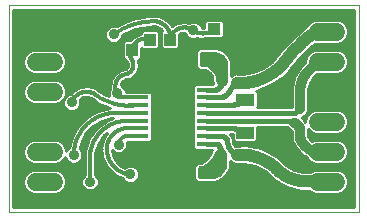
<source format=gbl>
G75*
%MOIN*%
%OFA0B0*%
%FSLAX25Y25*%
%IPPOS*%
%LPD*%
%AMOC8*
5,1,8,0,0,1.08239X$1,22.5*
%
%ADD10C,0.00000*%
%ADD11R,0.07087X0.01772*%
%ADD12R,0.11811X0.11811*%
%ADD13C,0.06000*%
%ADD14R,0.04331X0.03937*%
%ADD15R,0.05906X0.03937*%
%ADD16R,0.03937X0.04331*%
%ADD17C,0.01600*%
%ADD18C,0.04000*%
%ADD19C,0.03200*%
%ADD20C,0.03562*%
%ADD21C,0.01000*%
%ADD22C,0.01200*%
D10*
X0002167Y0003000D02*
X0002167Y0071898D01*
X0118777Y0071898D01*
X0118777Y0003000D01*
X0002167Y0003000D01*
D11*
X0045119Y0025756D03*
X0045119Y0028315D03*
X0045119Y0030874D03*
X0045119Y0033433D03*
X0045119Y0035992D03*
X0045119Y0038551D03*
X0045119Y0041110D03*
X0045119Y0043669D03*
X0068151Y0043669D03*
X0068151Y0041110D03*
X0068151Y0038551D03*
X0068151Y0035992D03*
X0068151Y0033433D03*
X0068151Y0030874D03*
X0068151Y0028315D03*
X0068151Y0025756D03*
D12*
X0057127Y0034614D03*
D13*
X0017167Y0033000D02*
X0011167Y0033000D01*
X0011167Y0043000D02*
X0017167Y0043000D01*
X0017167Y0053000D02*
X0011167Y0053000D01*
X0011167Y0063000D02*
X0017167Y0063000D01*
X0017167Y0023000D02*
X0011167Y0023000D01*
X0011167Y0013000D02*
X0017167Y0013000D01*
X0105167Y0013000D02*
X0111167Y0013000D01*
X0111167Y0023000D02*
X0105167Y0023000D01*
X0105167Y0033000D02*
X0111167Y0033000D01*
X0111167Y0043000D02*
X0105167Y0043000D01*
X0105167Y0053000D02*
X0111167Y0053000D01*
X0111167Y0063000D02*
X0105167Y0063000D01*
D14*
X0077273Y0063937D03*
X0070580Y0063937D03*
X0068013Y0054000D03*
X0061320Y0054000D03*
X0060730Y0016220D03*
X0067423Y0016220D03*
D15*
X0080968Y0029299D03*
X0089255Y0029299D03*
X0089350Y0040433D03*
X0081062Y0040433D03*
D16*
X0055982Y0060437D03*
X0049289Y0060437D03*
X0043308Y0056937D03*
X0036615Y0056937D03*
D17*
X0068151Y0043669D02*
X0070899Y0043669D01*
X0072639Y0041189D02*
X0072759Y0041204D01*
X0072880Y0041222D01*
X0072999Y0041244D01*
X0073118Y0041270D01*
X0073236Y0041300D01*
X0073353Y0041333D01*
X0073469Y0041370D01*
X0073583Y0041411D01*
X0073697Y0041455D01*
X0073809Y0041503D01*
X0073919Y0041555D01*
X0074027Y0041609D01*
X0074134Y0041668D01*
X0074239Y0041730D01*
X0074341Y0041795D01*
X0074442Y0041863D01*
X0074541Y0041934D01*
X0074637Y0042009D01*
X0074730Y0042086D01*
X0074822Y0042167D01*
X0074910Y0042250D01*
X0074996Y0042336D01*
X0075079Y0042425D01*
X0075159Y0042516D01*
X0075237Y0042610D01*
X0075311Y0042706D01*
X0075382Y0042805D01*
X0075450Y0042906D01*
X0075515Y0043009D01*
X0075577Y0043114D01*
X0075635Y0043221D01*
X0075689Y0043329D01*
X0075741Y0043440D01*
X0075788Y0043551D01*
X0072639Y0041189D02*
X0072167Y0041110D01*
X0068151Y0041110D01*
X0068151Y0038551D02*
X0075180Y0038551D01*
X0075788Y0043551D02*
X0075856Y0043681D01*
X0075926Y0043810D01*
X0076000Y0043936D01*
X0076078Y0044061D01*
X0076158Y0044183D01*
X0076242Y0044303D01*
X0076330Y0044421D01*
X0076420Y0044536D01*
X0076513Y0044649D01*
X0076609Y0044760D01*
X0076709Y0044868D01*
X0076811Y0044973D01*
X0076916Y0045075D01*
X0077023Y0045175D01*
X0077133Y0045271D01*
X0077246Y0045365D01*
X0077361Y0045456D01*
X0077479Y0045543D01*
X0077599Y0045628D01*
X0077721Y0045709D01*
X0077845Y0045787D01*
X0077971Y0045861D01*
X0078099Y0045932D01*
X0078229Y0046000D01*
X0081063Y0040433D02*
X0080864Y0040295D01*
X0080663Y0040162D01*
X0080459Y0040034D01*
X0080251Y0039910D01*
X0080041Y0039792D01*
X0079828Y0039679D01*
X0079612Y0039570D01*
X0079394Y0039467D01*
X0079173Y0039369D01*
X0078950Y0039277D01*
X0078725Y0039190D01*
X0078498Y0039108D01*
X0078269Y0039032D01*
X0078038Y0038961D01*
X0077806Y0038896D01*
X0077572Y0038836D01*
X0077337Y0038782D01*
X0077100Y0038733D01*
X0076863Y0038691D01*
X0076624Y0038654D01*
X0076385Y0038622D01*
X0076145Y0038596D01*
X0075904Y0038576D01*
X0075663Y0038562D01*
X0075422Y0038554D01*
X0075181Y0038551D01*
X0068151Y0035992D02*
X0097667Y0036000D01*
X0097903Y0036236D01*
X0097903Y0036323D01*
X0099123Y0037150D01*
X0097167Y0033000D02*
X0096482Y0033315D01*
X0068269Y0033315D01*
X0068151Y0033433D01*
X0068151Y0030874D02*
X0075712Y0030874D01*
X0072734Y0028315D02*
X0068151Y0028315D01*
X0068151Y0025756D02*
X0071474Y0025756D01*
X0072734Y0028315D02*
X0072826Y0028316D01*
X0072918Y0028313D01*
X0073010Y0028306D01*
X0073102Y0028295D01*
X0073193Y0028281D01*
X0073283Y0028263D01*
X0073373Y0028240D01*
X0073462Y0028215D01*
X0073549Y0028185D01*
X0073635Y0028152D01*
X0073720Y0028115D01*
X0073803Y0028075D01*
X0073884Y0028032D01*
X0073963Y0027985D01*
X0074041Y0027934D01*
X0074116Y0027881D01*
X0074189Y0027824D01*
X0074259Y0027765D01*
X0074327Y0027702D01*
X0074392Y0027637D01*
X0074455Y0027569D01*
X0074514Y0027499D01*
X0074571Y0027426D01*
X0074624Y0027351D01*
X0074674Y0027273D01*
X0074721Y0027194D01*
X0074765Y0027113D01*
X0074805Y0027030D01*
X0074842Y0026945D01*
X0074875Y0026859D01*
X0074904Y0026771D01*
X0074930Y0026683D01*
X0074952Y0026593D01*
X0074970Y0026503D01*
X0074985Y0026412D01*
X0074995Y0026320D01*
X0075002Y0026228D01*
X0075001Y0026228D02*
X0075018Y0026089D01*
X0075039Y0025951D01*
X0075064Y0025813D01*
X0075092Y0025677D01*
X0075124Y0025541D01*
X0075160Y0025406D01*
X0075199Y0025271D01*
X0075242Y0025139D01*
X0075289Y0025007D01*
X0075339Y0024876D01*
X0075393Y0024747D01*
X0075450Y0024620D01*
X0075511Y0024494D01*
X0075575Y0024370D01*
X0075642Y0024247D01*
X0075713Y0024127D01*
X0075787Y0024008D01*
X0075864Y0023892D01*
X0075944Y0023777D01*
X0076027Y0023665D01*
X0076114Y0023555D01*
X0076203Y0023447D01*
X0076295Y0023342D01*
X0076390Y0023240D01*
X0076488Y0023140D01*
X0076588Y0023043D01*
X0076691Y0022948D01*
X0076796Y0022857D01*
X0076904Y0022768D01*
X0077015Y0022682D01*
X0077127Y0022599D01*
X0077242Y0022520D01*
X0077359Y0022443D01*
X0077478Y0022370D01*
X0077599Y0022300D01*
X0077722Y0022233D01*
X0077846Y0022169D01*
X0077972Y0022109D01*
X0078100Y0022053D01*
X0078229Y0022000D01*
X0080968Y0029299D02*
X0080812Y0029413D01*
X0080654Y0029524D01*
X0080493Y0029631D01*
X0080329Y0029734D01*
X0080163Y0029832D01*
X0079994Y0029927D01*
X0079824Y0030017D01*
X0079651Y0030103D01*
X0079476Y0030185D01*
X0079299Y0030263D01*
X0079120Y0030336D01*
X0078939Y0030405D01*
X0078757Y0030470D01*
X0078574Y0030530D01*
X0078388Y0030585D01*
X0078202Y0030636D01*
X0078014Y0030682D01*
X0077826Y0030724D01*
X0077636Y0030761D01*
X0077446Y0030794D01*
X0077254Y0030821D01*
X0077063Y0030844D01*
X0076870Y0030863D01*
X0076677Y0030876D01*
X0076484Y0030885D01*
X0076291Y0030890D01*
X0076098Y0030889D01*
X0075905Y0030884D01*
X0075712Y0030874D01*
X0071474Y0025756D02*
X0071567Y0025686D01*
X0071657Y0025613D01*
X0071744Y0025537D01*
X0071829Y0025459D01*
X0071912Y0025377D01*
X0071991Y0025293D01*
X0072068Y0025206D01*
X0072141Y0025116D01*
X0072212Y0025025D01*
X0072279Y0024930D01*
X0072343Y0024834D01*
X0072404Y0024735D01*
X0072462Y0024635D01*
X0072516Y0024533D01*
X0072566Y0024428D01*
X0072614Y0024323D01*
X0072657Y0024215D01*
X0072697Y0024107D01*
X0072733Y0023996D01*
X0072765Y0023885D01*
X0072794Y0023773D01*
X0072819Y0023660D01*
X0072840Y0023546D01*
X0072857Y0023432D01*
X0072870Y0023316D01*
X0072880Y0023201D01*
X0072885Y0023085D01*
X0072887Y0022970D01*
X0072885Y0022854D01*
X0072878Y0022738D01*
X0072868Y0022623D01*
X0072854Y0022508D01*
X0072836Y0022393D01*
X0097167Y0033000D02*
X0097730Y0032646D01*
X0097403Y0032583D01*
X0073229Y0047000D02*
X0073242Y0046894D01*
X0073252Y0046788D01*
X0073258Y0046681D01*
X0073260Y0046574D01*
X0073258Y0046468D01*
X0073253Y0046361D01*
X0073243Y0046255D01*
X0073230Y0046149D01*
X0073213Y0046044D01*
X0073192Y0045940D01*
X0073167Y0045836D01*
X0073139Y0045733D01*
X0073107Y0045631D01*
X0073071Y0045531D01*
X0073032Y0045432D01*
X0072989Y0045334D01*
X0072943Y0045238D01*
X0072893Y0045144D01*
X0072840Y0045051D01*
X0072784Y0044961D01*
X0072724Y0044872D01*
X0072662Y0044786D01*
X0072596Y0044702D01*
X0072527Y0044620D01*
X0072455Y0044541D01*
X0072381Y0044465D01*
X0072304Y0044391D01*
X0072224Y0044321D01*
X0072142Y0044253D01*
X0072057Y0044188D01*
X0071971Y0044126D01*
X0071882Y0044067D01*
X0071790Y0044012D01*
X0071697Y0043960D01*
X0071603Y0043911D01*
X0071506Y0043866D01*
X0071408Y0043824D01*
X0071308Y0043786D01*
X0071208Y0043751D01*
X0071106Y0043720D01*
X0071002Y0043693D01*
X0070898Y0043669D01*
D18*
X0091116Y0017626D02*
X0091359Y0017376D01*
X0091609Y0017132D01*
X0091864Y0016894D01*
X0092125Y0016662D01*
X0092391Y0016437D01*
X0092663Y0016218D01*
X0092940Y0016006D01*
X0093222Y0015800D01*
X0093509Y0015602D01*
X0093801Y0015410D01*
X0094097Y0015226D01*
X0094398Y0015049D01*
X0094703Y0014879D01*
X0095012Y0014717D01*
X0095325Y0014562D01*
X0095641Y0014415D01*
X0095961Y0014276D01*
X0096284Y0014145D01*
X0096611Y0014021D01*
X0096940Y0013905D01*
X0097272Y0013798D01*
X0097606Y0013698D01*
X0097943Y0013607D01*
X0098282Y0013524D01*
X0098623Y0013449D01*
X0098965Y0013382D01*
X0099310Y0013324D01*
X0099655Y0013274D01*
X0100001Y0013233D01*
X0100349Y0013200D01*
X0100697Y0013175D01*
X0101046Y0013159D01*
X0101394Y0013152D01*
X0101743Y0013153D01*
X0102092Y0013162D01*
X0102092Y0013161D02*
X0108167Y0013000D01*
X0108167Y0023000D02*
X0108163Y0023004D01*
X0108072Y0023004D01*
X0093434Y0052299D02*
X0094096Y0053164D01*
X0094777Y0054013D01*
X0095477Y0054847D01*
X0096197Y0055663D01*
X0096936Y0056463D01*
X0097693Y0057246D01*
X0098467Y0058010D01*
X0099260Y0058757D01*
X0100070Y0059484D01*
X0100896Y0060193D01*
X0101739Y0060883D01*
X0102597Y0061552D01*
X0103471Y0062202D01*
X0104360Y0062830D01*
X0104360Y0062831D02*
X0107108Y0062831D01*
X0093434Y0052299D02*
X0093135Y0051964D01*
X0092828Y0051636D01*
X0092514Y0051316D01*
X0092192Y0051003D01*
X0091862Y0050698D01*
X0091525Y0050402D01*
X0091181Y0050114D01*
X0090830Y0049834D01*
X0090472Y0049563D01*
X0090107Y0049300D01*
X0089737Y0049047D01*
X0089360Y0048803D01*
X0088978Y0048568D01*
X0088590Y0048342D01*
X0088196Y0048126D01*
X0087798Y0047919D01*
X0087394Y0047723D01*
X0086986Y0047536D01*
X0086573Y0047359D01*
X0086157Y0047192D01*
X0085736Y0047036D01*
X0085311Y0046889D01*
X0084883Y0046753D01*
X0084452Y0046628D01*
X0084018Y0046513D01*
X0083582Y0046409D01*
X0083143Y0046315D01*
X0082702Y0046232D01*
X0082258Y0046160D01*
X0081814Y0046099D01*
X0081368Y0046048D01*
X0080920Y0046008D01*
X0080472Y0045980D01*
X0080024Y0045962D01*
X0079575Y0045955D01*
X0079126Y0045959D01*
X0078677Y0045974D01*
X0078229Y0046000D01*
X0078229Y0021999D02*
X0078652Y0022024D01*
X0079075Y0022039D01*
X0079499Y0022043D01*
X0079922Y0022037D01*
X0080345Y0022021D01*
X0080768Y0021995D01*
X0081190Y0021958D01*
X0081610Y0021912D01*
X0082030Y0021855D01*
X0082448Y0021788D01*
X0082864Y0021711D01*
X0083279Y0021624D01*
X0083691Y0021527D01*
X0084101Y0021420D01*
X0084508Y0021304D01*
X0084912Y0021177D01*
X0085313Y0021041D01*
X0085710Y0020896D01*
X0086104Y0020740D01*
X0086494Y0020576D01*
X0086880Y0020402D01*
X0087262Y0020218D01*
X0087639Y0020026D01*
X0088012Y0019824D01*
X0088379Y0019614D01*
X0088741Y0019395D01*
X0089098Y0019167D01*
X0089450Y0018930D01*
X0089795Y0018686D01*
X0090135Y0018433D01*
X0090468Y0018171D01*
X0090795Y0017902D01*
X0091115Y0017625D01*
D19*
X0094686Y0024835D02*
X0090186Y0029299D01*
X0089255Y0029299D01*
X0097403Y0032583D02*
X0097498Y0032547D01*
X0097592Y0032507D01*
X0097684Y0032463D01*
X0097775Y0032417D01*
X0097864Y0032366D01*
X0097951Y0032313D01*
X0098035Y0032256D01*
X0098118Y0032196D01*
X0098199Y0032134D01*
X0098277Y0032068D01*
X0098352Y0031999D01*
X0098425Y0031928D01*
X0098495Y0031854D01*
X0098562Y0031777D01*
X0098627Y0031698D01*
X0098688Y0031617D01*
X0098747Y0031533D01*
X0098802Y0031447D01*
X0098854Y0031359D01*
X0098903Y0031270D01*
X0098948Y0031178D01*
X0098990Y0031085D01*
X0099029Y0030991D01*
X0099064Y0030895D01*
X0099095Y0030798D01*
X0099123Y0030700D01*
X0099147Y0030600D01*
X0099167Y0030501D01*
X0099304Y0027485D02*
X0099368Y0027319D01*
X0099435Y0027155D01*
X0099507Y0026993D01*
X0099582Y0026833D01*
X0099662Y0026674D01*
X0099745Y0026517D01*
X0099832Y0026363D01*
X0099923Y0026211D01*
X0100017Y0026061D01*
X0100115Y0025913D01*
X0100217Y0025768D01*
X0100322Y0025625D01*
X0100431Y0025485D01*
X0100543Y0025347D01*
X0100658Y0025212D01*
X0100777Y0025081D01*
X0100898Y0024952D01*
X0101023Y0024826D01*
X0101151Y0024703D01*
X0101282Y0024583D01*
X0101416Y0024467D01*
X0101552Y0024354D01*
X0101691Y0024244D01*
X0101833Y0024138D01*
X0101978Y0024035D01*
X0102125Y0023936D01*
X0102274Y0023840D01*
X0102426Y0023748D01*
X0102579Y0023660D01*
X0102735Y0023575D01*
X0102893Y0023494D01*
X0103053Y0023418D01*
X0103215Y0023345D01*
X0103378Y0023276D01*
X0103543Y0023211D01*
X0103709Y0023150D01*
X0103877Y0023093D01*
X0104047Y0023040D01*
X0104217Y0022992D01*
X0104389Y0022948D01*
X0104562Y0022907D01*
X0104735Y0022871D01*
X0104910Y0022840D01*
X0105085Y0022812D01*
X0105261Y0022789D01*
X0105437Y0022770D01*
X0105614Y0022756D01*
X0105791Y0022746D01*
X0105968Y0022740D01*
X0106145Y0022738D01*
X0106323Y0022741D01*
X0106500Y0022748D01*
X0106677Y0022759D01*
X0106853Y0022775D01*
X0107030Y0022795D01*
X0107205Y0022819D01*
X0107380Y0022848D01*
X0107554Y0022881D01*
X0107728Y0022918D01*
X0107900Y0022959D01*
X0108072Y0023004D01*
X0099304Y0027484D02*
X0099253Y0027985D01*
X0099213Y0028487D01*
X0099184Y0028990D01*
X0099167Y0029493D01*
X0099161Y0029997D01*
X0099167Y0030500D01*
X0099123Y0037150D02*
X0099336Y0037362D01*
X0099336Y0042669D01*
X0094450Y0040433D02*
X0094836Y0039606D01*
X0094450Y0040433D02*
X0089350Y0040433D01*
X0099336Y0042670D02*
X0099324Y0042909D01*
X0099319Y0043149D01*
X0099319Y0043388D01*
X0099325Y0043628D01*
X0099337Y0043868D01*
X0099354Y0044107D01*
X0099378Y0044345D01*
X0099407Y0044583D01*
X0099443Y0044821D01*
X0099483Y0045057D01*
X0099530Y0045292D01*
X0099583Y0045526D01*
X0099641Y0045759D01*
X0099705Y0045990D01*
X0099774Y0046219D01*
X0099849Y0046447D01*
X0099930Y0046673D01*
X0100016Y0046897D01*
X0100107Y0047118D01*
X0100204Y0047338D01*
X0100306Y0047554D01*
X0100414Y0047769D01*
X0100526Y0047980D01*
X0100644Y0048189D01*
X0100767Y0048395D01*
X0100895Y0048598D01*
X0101028Y0048798D01*
X0101165Y0048994D01*
X0101308Y0049187D01*
X0101455Y0049376D01*
X0101606Y0049562D01*
X0101763Y0049744D01*
X0101923Y0049922D01*
X0102088Y0050096D01*
X0102257Y0050266D01*
X0102430Y0050432D01*
X0102607Y0050594D01*
X0102788Y0050751D01*
X0102973Y0050904D01*
X0103162Y0051052D01*
X0103354Y0051196D01*
X0103549Y0051334D01*
X0103748Y0051468D01*
X0103950Y0051597D01*
X0104155Y0051722D01*
X0104363Y0051841D01*
X0104574Y0051955D01*
X0104788Y0052063D01*
X0105004Y0052167D01*
X0105223Y0052265D01*
X0105444Y0052358D01*
X0105667Y0052445D01*
X0105893Y0052527D01*
X0106120Y0052604D01*
X0106349Y0052675D01*
X0106580Y0052740D01*
X0106812Y0052799D01*
X0107046Y0052853D01*
X0107280Y0052901D01*
X0107281Y0052902D02*
X0108167Y0053000D01*
X0107108Y0062831D02*
X0108167Y0063000D01*
D20*
X0099588Y0066906D03*
X0084238Y0056118D03*
X0073230Y0051000D03*
X0073230Y0047000D03*
X0061615Y0039614D03*
X0057285Y0039614D03*
X0057285Y0034890D03*
X0061615Y0034890D03*
X0061615Y0029772D03*
X0057285Y0029772D03*
X0072836Y0022394D03*
X0072836Y0018394D03*
X0094686Y0024835D03*
X0094686Y0029272D03*
X0094836Y0039606D03*
X0094686Y0043945D03*
X0063667Y0063500D03*
X0047442Y0052606D03*
X0034844Y0052213D03*
X0037100Y0062130D03*
X0038387Y0042476D03*
X0023167Y0039500D03*
X0038781Y0025441D03*
X0023820Y0021898D03*
X0029230Y0013000D03*
X0042667Y0015500D03*
X0043112Y0008906D03*
X0097155Y0008811D03*
D21*
X0099631Y0009990D02*
X0019955Y0009990D01*
X0019489Y0009524D02*
X0020642Y0010678D01*
X0021267Y0012184D01*
X0021267Y0013816D01*
X0020642Y0015322D01*
X0019489Y0016476D01*
X0017982Y0017100D01*
X0010351Y0017100D01*
X0008844Y0016476D01*
X0007691Y0015322D01*
X0007067Y0013816D01*
X0007067Y0012184D01*
X0007691Y0010678D01*
X0008844Y0009524D01*
X0010351Y0008900D01*
X0017982Y0008900D01*
X0019489Y0009524D01*
X0018202Y0008991D02*
X0104131Y0008991D01*
X0104351Y0008900D02*
X0111982Y0008900D01*
X0113489Y0009524D01*
X0114642Y0010678D01*
X0115267Y0012184D01*
X0115267Y0013816D01*
X0114642Y0015322D01*
X0113489Y0016476D01*
X0111982Y0017100D01*
X0104351Y0017100D01*
X0102844Y0016476D01*
X0102634Y0016266D01*
X0102587Y0016283D01*
X0102073Y0016263D01*
X0101558Y0016277D01*
X0101547Y0016273D01*
X0100377Y0016310D01*
X0097290Y0017080D01*
X0094541Y0018684D01*
X0093653Y0019496D01*
X0093632Y0019538D01*
X0093272Y0019857D01*
X0092940Y0020207D01*
X0092813Y0020264D01*
X0091108Y0021774D01*
X0091108Y0021774D01*
X0086168Y0024220D01*
X0080761Y0025286D01*
X0080761Y0025286D01*
X0078012Y0025092D01*
X0077419Y0025051D01*
X0077007Y0025861D01*
X0076894Y0026416D01*
X0076842Y0027410D01*
X0075842Y0028974D01*
X0075989Y0028974D01*
X0076895Y0028952D01*
X0076915Y0028946D01*
X0076915Y0026875D01*
X0077559Y0026231D01*
X0084376Y0026231D01*
X0085021Y0026875D01*
X0085021Y0031415D01*
X0094968Y0031415D01*
X0095186Y0030951D01*
X0095979Y0030226D01*
X0096456Y0030054D01*
X0096429Y0028864D01*
X0096599Y0027382D01*
X0096586Y0027051D01*
X0096659Y0026853D01*
X0096683Y0026644D01*
X0096844Y0026354D01*
X0097423Y0024788D01*
X0099915Y0021983D01*
X0099915Y0021983D01*
X0099915Y0021983D01*
X0101482Y0021183D01*
X0101691Y0020678D01*
X0102844Y0019524D01*
X0104351Y0018900D01*
X0111982Y0018900D01*
X0113489Y0019524D01*
X0114642Y0020678D01*
X0115267Y0022184D01*
X0115267Y0023816D01*
X0114642Y0025322D01*
X0113489Y0026476D01*
X0111982Y0027100D01*
X0104351Y0027100D01*
X0103143Y0026599D01*
X0102204Y0027656D01*
X0101957Y0028171D01*
X0101881Y0029113D01*
X0101868Y0030223D01*
X0101917Y0030451D01*
X0102844Y0029524D01*
X0104351Y0028900D01*
X0111982Y0028900D01*
X0113489Y0029524D01*
X0114642Y0030678D01*
X0115267Y0032184D01*
X0115267Y0033816D01*
X0114642Y0035322D01*
X0113489Y0036476D01*
X0111982Y0037100D01*
X0104351Y0037100D01*
X0102844Y0036476D01*
X0101691Y0035322D01*
X0101067Y0033816D01*
X0101067Y0032997D01*
X0099791Y0034504D01*
X0100653Y0034861D01*
X0100865Y0035073D01*
X0101625Y0035833D01*
X0102036Y0036825D01*
X0102036Y0042216D01*
X0102063Y0042296D01*
X0102036Y0042751D01*
X0102036Y0043206D01*
X0102035Y0043208D01*
X0102043Y0043857D01*
X0102505Y0045848D01*
X0103513Y0047626D01*
X0104836Y0048900D01*
X0111982Y0048900D01*
X0113489Y0049524D01*
X0114642Y0050678D01*
X0115267Y0052184D01*
X0115267Y0053816D01*
X0114642Y0055322D01*
X0113489Y0056476D01*
X0111982Y0057100D01*
X0104351Y0057100D01*
X0102844Y0056476D01*
X0101691Y0055322D01*
X0101067Y0053816D01*
X0101067Y0052869D01*
X0099145Y0051018D01*
X0097352Y0047859D01*
X0097352Y0047859D01*
X0096531Y0044319D01*
X0096636Y0042588D01*
X0096636Y0038200D01*
X0096512Y0037900D01*
X0085003Y0037897D01*
X0085115Y0038009D01*
X0085115Y0042857D01*
X0084577Y0043395D01*
X0085449Y0043537D01*
X0090072Y0045453D01*
X0094133Y0048377D01*
X0094133Y0048377D01*
X0095448Y0049890D01*
X0095550Y0049951D01*
X0095850Y0050353D01*
X0096179Y0050731D01*
X0096198Y0050790D01*
X0098160Y0053208D01*
X0103278Y0058141D01*
X0104310Y0058917D01*
X0104351Y0058900D01*
X0111982Y0058900D01*
X0113489Y0059524D01*
X0114642Y0060678D01*
X0115267Y0062184D01*
X0115267Y0063816D01*
X0114642Y0065322D01*
X0113489Y0066476D01*
X0111982Y0067100D01*
X0104351Y0067100D01*
X0102844Y0066476D01*
X0101691Y0065322D01*
X0101362Y0064528D01*
X0099248Y0063068D01*
X0099248Y0063068D01*
X0093385Y0057417D01*
X0093385Y0057417D01*
X0093385Y0057416D01*
X0091049Y0054286D01*
X0089856Y0053064D01*
X0086983Y0050995D01*
X0083713Y0049640D01*
X0080219Y0049071D01*
X0078446Y0049092D01*
X0077831Y0049135D01*
X0076661Y0048744D01*
X0076267Y0048401D01*
X0076267Y0051480D01*
X0076351Y0051595D01*
X0076267Y0052126D01*
X0076267Y0052663D01*
X0076237Y0052692D01*
X0076267Y0052756D01*
X0076092Y0053230D01*
X0076013Y0053729D01*
X0075936Y0053785D01*
X0075958Y0053878D01*
X0075694Y0054309D01*
X0075519Y0054783D01*
X0075433Y0054823D01*
X0075436Y0054918D01*
X0075094Y0055289D01*
X0074830Y0055720D01*
X0074737Y0055742D01*
X0074722Y0055837D01*
X0074313Y0056134D01*
X0073970Y0056505D01*
X0073875Y0056508D01*
X0073842Y0056598D01*
X0073383Y0056810D01*
X0072975Y0057107D01*
X0072880Y0057092D01*
X0072830Y0057173D01*
X0072339Y0057291D01*
X0071880Y0057503D01*
X0071791Y0057470D01*
X0071726Y0057540D01*
X0071221Y0057560D01*
X0070730Y0057678D01*
X0070603Y0057600D01*
X0070198Y0057600D01*
X0069567Y0057625D01*
X0069541Y0057600D01*
X0065504Y0057600D01*
X0064567Y0056663D01*
X0064567Y0052001D01*
X0064566Y0051339D01*
X0064567Y0051338D01*
X0064567Y0051337D01*
X0065034Y0050869D01*
X0065502Y0050401D01*
X0065503Y0050401D01*
X0065504Y0050400D01*
X0066165Y0050400D01*
X0066945Y0050399D01*
X0067565Y0050283D01*
X0068155Y0050055D01*
X0068692Y0049723D01*
X0069160Y0049297D01*
X0069541Y0048794D01*
X0069824Y0048229D01*
X0069999Y0047622D01*
X0070013Y0047483D01*
X0069998Y0047465D01*
X0070068Y0046891D01*
X0069979Y0046693D01*
X0070126Y0046306D01*
X0070138Y0046187D01*
X0070155Y0046172D01*
X0070168Y0046066D01*
X0070145Y0045939D01*
X0070192Y0045872D01*
X0070202Y0045790D01*
X0070303Y0045711D01*
X0070341Y0045655D01*
X0064152Y0045655D01*
X0063508Y0045011D01*
X0063508Y0024414D01*
X0064152Y0023770D01*
X0069993Y0023770D01*
X0069944Y0023665D01*
X0069649Y0023286D01*
X0069673Y0023086D01*
X0069223Y0022146D01*
X0068637Y0021292D01*
X0067927Y0020538D01*
X0067110Y0019903D01*
X0066204Y0019401D01*
X0065898Y0019289D01*
X0064802Y0019289D01*
X0064157Y0018645D01*
X0064157Y0018253D01*
X0064067Y0018163D01*
X0064067Y0017853D01*
X0063936Y0017571D01*
X0064067Y0017216D01*
X0064067Y0013837D01*
X0065004Y0012900D01*
X0069114Y0012900D01*
X0069200Y0012832D01*
X0069763Y0012900D01*
X0070329Y0012900D01*
X0070330Y0012901D01*
X0070371Y0012880D01*
X0070866Y0013033D01*
X0071380Y0013095D01*
X0071432Y0013162D01*
X0071513Y0013137D01*
X0071973Y0013376D01*
X0072468Y0013529D01*
X0072507Y0013605D01*
X0072592Y0013594D01*
X0073001Y0013912D01*
X0073460Y0014152D01*
X0073486Y0014233D01*
X0073570Y0014238D01*
X0073916Y0014624D01*
X0074325Y0014942D01*
X0074335Y0015026D01*
X0074418Y0015046D01*
X0074688Y0015488D01*
X0075034Y0015874D01*
X0075029Y0015959D01*
X0075106Y0015994D01*
X0075293Y0016477D01*
X0075564Y0016919D01*
X0075525Y0017078D01*
X0075537Y0017108D01*
X0075767Y0017337D01*
X0075767Y0017702D01*
X0075898Y0018041D01*
X0075767Y0018338D01*
X0075767Y0020033D01*
X0076663Y0019255D01*
X0077833Y0018864D01*
X0078448Y0018908D01*
X0080364Y0018916D01*
X0084117Y0018176D01*
X0087544Y0016478D01*
X0089000Y0015352D01*
X0090582Y0013685D01*
X0094887Y0011173D01*
X0099723Y0009967D01*
X0102111Y0010060D01*
X0102314Y0010054D01*
X0102844Y0009524D01*
X0104351Y0008900D01*
X0102379Y0009990D02*
X0100309Y0009990D01*
X0099723Y0009967D02*
X0099723Y0009967D01*
X0095630Y0010988D02*
X0031292Y0010988D01*
X0031672Y0011368D02*
X0030862Y0010558D01*
X0029803Y0010119D01*
X0028657Y0010119D01*
X0027598Y0010558D01*
X0026787Y0011368D01*
X0026349Y0012427D01*
X0026349Y0013573D01*
X0026787Y0014632D01*
X0027530Y0015374D01*
X0027530Y0023226D01*
X0028901Y0027446D01*
X0031509Y0031036D01*
X0031509Y0031036D01*
X0035098Y0033644D01*
X0035098Y0033644D01*
X0036886Y0034225D01*
X0036297Y0034186D01*
X0033172Y0033349D01*
X0030369Y0031731D01*
X0030369Y0031731D01*
X0028081Y0029443D01*
X0026464Y0026641D01*
X0025764Y0024029D01*
X0026263Y0023530D01*
X0026701Y0022471D01*
X0026701Y0021325D01*
X0026263Y0020266D01*
X0025452Y0019455D01*
X0024393Y0019017D01*
X0023247Y0019017D01*
X0022188Y0019455D01*
X0021378Y0020266D01*
X0020939Y0021325D01*
X0020939Y0021394D01*
X0020642Y0020678D01*
X0019489Y0019524D01*
X0017982Y0018900D01*
X0010351Y0018900D01*
X0008844Y0019524D01*
X0007691Y0020678D01*
X0007067Y0022184D01*
X0007067Y0023816D01*
X0007691Y0025322D01*
X0008844Y0026476D01*
X0010351Y0027100D01*
X0017982Y0027100D01*
X0019489Y0026476D01*
X0020642Y0025322D01*
X0021267Y0023816D01*
X0021267Y0023261D01*
X0021378Y0023530D01*
X0022188Y0024340D01*
X0022221Y0024354D01*
X0023197Y0027994D01*
X0025276Y0031596D01*
X0025276Y0031596D01*
X0028217Y0034536D01*
X0031818Y0036616D01*
X0031818Y0036616D01*
X0035835Y0037692D01*
X0035864Y0037692D01*
X0032353Y0039052D01*
X0032353Y0039052D01*
X0030741Y0040212D01*
X0030735Y0040211D01*
X0030169Y0040623D01*
X0030165Y0040626D01*
X0029602Y0040961D01*
X0028341Y0041292D01*
X0027045Y0041140D01*
X0025893Y0040527D01*
X0025871Y0040501D01*
X0026048Y0040073D01*
X0026048Y0038927D01*
X0025609Y0037868D01*
X0024799Y0037058D01*
X0023740Y0036619D01*
X0022594Y0036619D01*
X0021535Y0037058D01*
X0020724Y0037868D01*
X0020286Y0038927D01*
X0020286Y0040073D01*
X0020461Y0040496D01*
X0019489Y0039524D01*
X0017982Y0038900D01*
X0010351Y0038900D01*
X0008844Y0039524D01*
X0007691Y0040678D01*
X0007067Y0042184D01*
X0007067Y0043816D01*
X0007691Y0045322D01*
X0008844Y0046476D01*
X0010351Y0047100D01*
X0017982Y0047100D01*
X0019489Y0046476D01*
X0020642Y0045322D01*
X0021267Y0043816D01*
X0021267Y0042184D01*
X0020906Y0041314D01*
X0021535Y0041942D01*
X0022594Y0042381D01*
X0022924Y0042381D01*
X0023690Y0043275D01*
X0023690Y0043275D01*
X0025994Y0044502D01*
X0025994Y0044502D01*
X0028587Y0044805D01*
X0028587Y0044805D01*
X0031113Y0044143D01*
X0031113Y0044143D01*
X0032160Y0043380D01*
X0034055Y0042191D01*
X0035641Y0041577D01*
X0035506Y0041903D01*
X0035506Y0043049D01*
X0035945Y0044108D01*
X0035948Y0044112D01*
X0035865Y0044421D01*
X0035865Y0044421D01*
X0036223Y0046830D01*
X0036223Y0046830D01*
X0037509Y0048897D01*
X0037509Y0048897D01*
X0037509Y0048897D01*
X0039512Y0050281D01*
X0039512Y0050281D01*
X0040057Y0050389D01*
X0040081Y0050423D01*
X0040742Y0050525D01*
X0040795Y0050535D01*
X0041130Y0050632D01*
X0041703Y0051080D01*
X0041985Y0051751D01*
X0041904Y0052474D01*
X0041730Y0052796D01*
X0041724Y0052806D01*
X0041320Y0053369D01*
X0041322Y0053382D01*
X0041166Y0053606D01*
X0041155Y0053672D01*
X0040884Y0053672D01*
X0040240Y0054316D01*
X0040240Y0059558D01*
X0040884Y0060202D01*
X0042878Y0060202D01*
X0043350Y0060919D01*
X0043350Y0060919D01*
X0043350Y0060919D01*
X0045796Y0062351D01*
X0045796Y0062351D01*
X0046220Y0062381D01*
X0046220Y0063058D01*
X0046865Y0063702D01*
X0051713Y0063702D01*
X0052357Y0063058D01*
X0052357Y0057816D01*
X0051713Y0057172D01*
X0046865Y0057172D01*
X0046377Y0057659D01*
X0046377Y0054316D01*
X0045733Y0053672D01*
X0045238Y0053672D01*
X0045511Y0051244D01*
X0045511Y0051244D01*
X0044533Y0048917D01*
X0044533Y0048917D01*
X0044533Y0048917D01*
X0042543Y0047363D01*
X0042543Y0047363D01*
X0041357Y0047180D01*
X0040885Y0047035D01*
X0040061Y0046465D01*
X0039532Y0045614D01*
X0039463Y0045149D01*
X0040019Y0044919D01*
X0040830Y0044108D01*
X0041249Y0043096D01*
X0049118Y0043096D01*
X0049763Y0042452D01*
X0049763Y0026973D01*
X0049118Y0026329D01*
X0041531Y0026329D01*
X0041662Y0026014D01*
X0041662Y0024868D01*
X0041223Y0023809D01*
X0040413Y0022998D01*
X0039354Y0022560D01*
X0038208Y0022560D01*
X0037149Y0022998D01*
X0036697Y0023450D01*
X0036823Y0022081D01*
X0037827Y0019972D01*
X0039497Y0018338D01*
X0040831Y0017739D01*
X0041035Y0017942D01*
X0042094Y0018381D01*
X0043240Y0018381D01*
X0044299Y0017942D01*
X0045109Y0017132D01*
X0045548Y0016073D01*
X0045548Y0014927D01*
X0045109Y0013868D01*
X0044299Y0013058D01*
X0043240Y0012619D01*
X0042094Y0012619D01*
X0041035Y0013058D01*
X0040224Y0013868D01*
X0040070Y0014240D01*
X0037493Y0015398D01*
X0037493Y0015398D01*
X0034932Y0017904D01*
X0034932Y0017904D01*
X0033392Y0021139D01*
X0033392Y0021139D01*
X0033063Y0024706D01*
X0033063Y0024706D01*
X0033359Y0025817D01*
X0033331Y0025872D01*
X0033538Y0026489D01*
X0033705Y0027118D01*
X0033759Y0027149D01*
X0033983Y0027819D01*
X0033983Y0027819D01*
X0034945Y0029168D01*
X0034036Y0028508D01*
X0032086Y0025823D01*
X0031060Y0022667D01*
X0030930Y0021008D01*
X0030930Y0015374D01*
X0031672Y0014632D01*
X0032111Y0013573D01*
X0032111Y0012427D01*
X0031672Y0011368D01*
X0031928Y0011987D02*
X0093493Y0011987D01*
X0094887Y0011173D02*
X0094887Y0011173D01*
X0091781Y0012985D02*
X0070711Y0012985D01*
X0070530Y0014604D02*
X0069667Y0014500D01*
X0065667Y0014500D01*
X0065667Y0017500D01*
X0066871Y0017942D01*
X0067994Y0018564D01*
X0069007Y0019351D01*
X0069887Y0020285D01*
X0070612Y0021343D01*
X0071167Y0022500D01*
X0071318Y0022825D01*
X0071538Y0023107D01*
X0071816Y0023333D01*
X0072138Y0023490D01*
X0072488Y0023571D01*
X0072846Y0023571D01*
X0073195Y0023490D01*
X0073517Y0023333D01*
X0073795Y0023107D01*
X0074016Y0022825D01*
X0074167Y0022500D01*
X0074167Y0018000D01*
X0073853Y0017189D01*
X0073399Y0016447D01*
X0072819Y0015798D01*
X0072133Y0015264D01*
X0071361Y0014862D01*
X0070530Y0014604D01*
X0071592Y0014982D02*
X0065667Y0014982D01*
X0065667Y0015981D02*
X0072982Y0015981D01*
X0073725Y0016979D02*
X0065667Y0016979D01*
X0064067Y0016979D02*
X0045172Y0016979D01*
X0045548Y0015981D02*
X0064067Y0015981D01*
X0064067Y0014982D02*
X0045548Y0014982D01*
X0045157Y0013984D02*
X0064067Y0013984D01*
X0064919Y0012985D02*
X0044124Y0012985D01*
X0041209Y0012985D02*
X0032111Y0012985D01*
X0031941Y0013984D02*
X0040176Y0013984D01*
X0038419Y0014982D02*
X0031322Y0014982D01*
X0030930Y0015981D02*
X0036898Y0015981D01*
X0035877Y0016979D02*
X0030930Y0016979D01*
X0030930Y0017978D02*
X0034897Y0017978D01*
X0034422Y0018976D02*
X0030930Y0018976D01*
X0030930Y0019975D02*
X0033946Y0019975D01*
X0033471Y0020973D02*
X0030930Y0020973D01*
X0031005Y0021972D02*
X0033316Y0021972D01*
X0033223Y0022970D02*
X0031159Y0022970D01*
X0031483Y0023969D02*
X0033131Y0023969D01*
X0033133Y0024967D02*
X0031808Y0024967D01*
X0032189Y0025966D02*
X0033362Y0025966D01*
X0033664Y0026964D02*
X0032915Y0026964D01*
X0033640Y0027963D02*
X0034086Y0027963D01*
X0034660Y0028961D02*
X0034797Y0028961D01*
X0031452Y0030958D02*
X0029597Y0030958D01*
X0028598Y0029960D02*
X0030727Y0029960D01*
X0030002Y0028961D02*
X0027803Y0028961D01*
X0027227Y0027963D02*
X0029276Y0027963D01*
X0028744Y0026964D02*
X0026650Y0026964D01*
X0026283Y0025966D02*
X0028420Y0025966D01*
X0028095Y0024967D02*
X0026015Y0024967D01*
X0025824Y0023969D02*
X0027771Y0023969D01*
X0027530Y0022970D02*
X0026494Y0022970D01*
X0026701Y0021972D02*
X0027530Y0021972D01*
X0027530Y0020973D02*
X0026556Y0020973D01*
X0025972Y0019975D02*
X0027530Y0019975D01*
X0027530Y0018976D02*
X0018166Y0018976D01*
X0019940Y0019975D02*
X0021669Y0019975D01*
X0021085Y0020973D02*
X0020765Y0020973D01*
X0021203Y0023969D02*
X0021817Y0023969D01*
X0022386Y0024967D02*
X0020790Y0024967D01*
X0019999Y0025966D02*
X0022653Y0025966D01*
X0022921Y0026964D02*
X0018310Y0026964D01*
X0023188Y0027963D02*
X0003667Y0027963D01*
X0003667Y0028961D02*
X0023755Y0028961D01*
X0024331Y0029960D02*
X0003667Y0029960D01*
X0003667Y0030958D02*
X0024908Y0030958D01*
X0025637Y0031957D02*
X0003667Y0031957D01*
X0003667Y0032955D02*
X0026636Y0032955D01*
X0027634Y0033954D02*
X0003667Y0033954D01*
X0003667Y0034952D02*
X0028937Y0034952D01*
X0030667Y0035951D02*
X0003667Y0035951D01*
X0003667Y0036949D02*
X0021796Y0036949D01*
X0020691Y0037948D02*
X0003667Y0037948D01*
X0003667Y0038946D02*
X0010239Y0038946D01*
X0008423Y0039945D02*
X0003667Y0039945D01*
X0003667Y0040943D02*
X0007581Y0040943D01*
X0007167Y0041942D02*
X0003667Y0041942D01*
X0003667Y0042940D02*
X0007067Y0042940D01*
X0007118Y0043939D02*
X0003667Y0043939D01*
X0003667Y0044937D02*
X0007531Y0044937D01*
X0008304Y0045936D02*
X0003667Y0045936D01*
X0003667Y0046934D02*
X0009952Y0046934D01*
X0010351Y0048900D02*
X0008844Y0049524D01*
X0007691Y0050678D01*
X0007067Y0052184D01*
X0007067Y0053816D01*
X0007691Y0055322D01*
X0008844Y0056476D01*
X0010351Y0057100D01*
X0017982Y0057100D01*
X0019489Y0056476D01*
X0020642Y0055322D01*
X0021267Y0053816D01*
X0021267Y0052184D01*
X0020642Y0050678D01*
X0019489Y0049524D01*
X0017982Y0048900D01*
X0010351Y0048900D01*
X0010275Y0048932D02*
X0003667Y0048932D01*
X0003667Y0047933D02*
X0036909Y0047933D01*
X0036288Y0046934D02*
X0018382Y0046934D01*
X0020029Y0045936D02*
X0036090Y0045936D01*
X0035942Y0044937D02*
X0020802Y0044937D01*
X0021216Y0043939D02*
X0024937Y0043939D01*
X0023403Y0042940D02*
X0021267Y0042940D01*
X0021166Y0041942D02*
X0021534Y0041942D01*
X0020286Y0039945D02*
X0019910Y0039945D01*
X0020286Y0038946D02*
X0018094Y0038946D01*
X0024538Y0036949D02*
X0033063Y0036949D01*
X0035204Y0037948D02*
X0025642Y0037948D01*
X0026048Y0038946D02*
X0032625Y0038946D01*
X0031112Y0039945D02*
X0026048Y0039945D01*
X0026675Y0040943D02*
X0029632Y0040943D01*
X0032860Y0042940D02*
X0035506Y0042940D01*
X0035506Y0041942D02*
X0034699Y0041942D01*
X0035874Y0043939D02*
X0031392Y0043939D01*
X0037559Y0048932D02*
X0018058Y0048932D01*
X0019895Y0049930D02*
X0039004Y0049930D01*
X0041509Y0050929D02*
X0020746Y0050929D01*
X0021160Y0051927D02*
X0041965Y0051927D01*
X0041638Y0052926D02*
X0021267Y0052926D01*
X0021222Y0053924D02*
X0040632Y0053924D01*
X0040240Y0054923D02*
X0020808Y0054923D01*
X0020044Y0055921D02*
X0040240Y0055921D01*
X0040240Y0056920D02*
X0018418Y0056920D01*
X0009916Y0056920D02*
X0003667Y0056920D01*
X0003667Y0057918D02*
X0040240Y0057918D01*
X0040240Y0058917D02*
X0003667Y0058917D01*
X0003667Y0059915D02*
X0035240Y0059915D01*
X0035468Y0059687D02*
X0036527Y0059249D01*
X0037673Y0059249D01*
X0038732Y0059687D01*
X0039542Y0060498D01*
X0039981Y0061557D01*
X0039981Y0061956D01*
X0040041Y0061994D01*
X0044284Y0063829D01*
X0048820Y0064722D01*
X0051039Y0064797D01*
X0051698Y0064656D01*
X0052986Y0063942D01*
X0053345Y0063490D01*
X0052913Y0063058D01*
X0052913Y0057816D01*
X0053557Y0057172D01*
X0058406Y0057172D01*
X0059050Y0057816D01*
X0059050Y0062192D01*
X0059592Y0062550D01*
X0060850Y0062772D01*
X0061224Y0061868D01*
X0062035Y0061058D01*
X0063094Y0060619D01*
X0064240Y0060619D01*
X0065078Y0060966D01*
X0066060Y0060675D01*
X0068562Y0060833D01*
X0068643Y0060869D01*
X0073201Y0060869D01*
X0073845Y0061513D01*
X0073845Y0066361D01*
X0073201Y0067005D01*
X0067959Y0067005D01*
X0067315Y0066361D01*
X0067315Y0064217D01*
X0066509Y0064166D01*
X0066109Y0065132D01*
X0065299Y0065942D01*
X0064240Y0066381D01*
X0063094Y0066381D01*
X0062202Y0066012D01*
X0060959Y0066310D01*
X0058282Y0065839D01*
X0056729Y0064812D01*
X0055275Y0066643D01*
X0052777Y0068028D01*
X0051967Y0068120D01*
X0051904Y0068186D01*
X0051279Y0068198D01*
X0050659Y0068269D01*
X0050587Y0068212D01*
X0048511Y0068252D01*
X0048511Y0068252D01*
X0043233Y0067213D01*
X0038296Y0065078D01*
X0038295Y0065078D01*
X0038008Y0064872D01*
X0037673Y0065011D01*
X0036527Y0065011D01*
X0035468Y0064572D01*
X0034657Y0063762D01*
X0034219Y0062703D01*
X0034219Y0061557D01*
X0034657Y0060498D01*
X0035468Y0059687D01*
X0034485Y0060914D02*
X0003667Y0060914D01*
X0003667Y0061912D02*
X0034219Y0061912D01*
X0034305Y0062911D02*
X0003667Y0062911D01*
X0003667Y0063909D02*
X0034805Y0063909D01*
X0036277Y0064908D02*
X0003667Y0064908D01*
X0003667Y0065906D02*
X0040210Y0065906D01*
X0038057Y0064908D02*
X0037922Y0064908D01*
X0039981Y0061912D02*
X0045046Y0061912D01*
X0046220Y0062911D02*
X0042161Y0062911D01*
X0044693Y0063909D02*
X0053012Y0063909D01*
X0052913Y0062911D02*
X0052357Y0062911D01*
X0052357Y0061912D02*
X0052913Y0061912D01*
X0052913Y0060914D02*
X0052357Y0060914D01*
X0052357Y0059915D02*
X0052913Y0059915D01*
X0052913Y0058917D02*
X0052357Y0058917D01*
X0052357Y0057918D02*
X0052913Y0057918D01*
X0059050Y0057918D02*
X0093905Y0057918D01*
X0093014Y0056920D02*
X0073232Y0056920D01*
X0074606Y0055921D02*
X0092269Y0055921D01*
X0091524Y0054923D02*
X0075432Y0054923D01*
X0075930Y0053924D02*
X0090696Y0053924D01*
X0089664Y0052926D02*
X0076204Y0052926D01*
X0076298Y0051927D02*
X0088278Y0051927D01*
X0086823Y0050929D02*
X0076267Y0050929D01*
X0076267Y0049930D02*
X0084413Y0049930D01*
X0090072Y0045453D02*
X0090072Y0045453D01*
X0090743Y0045936D02*
X0096906Y0045936D01*
X0096675Y0044937D02*
X0088829Y0044937D01*
X0086419Y0043939D02*
X0096554Y0043939D01*
X0096531Y0044319D02*
X0096531Y0044319D01*
X0096615Y0042940D02*
X0085032Y0042940D01*
X0085449Y0043537D02*
X0085449Y0043537D01*
X0085115Y0041942D02*
X0096636Y0041942D01*
X0096636Y0040943D02*
X0085115Y0040943D01*
X0085115Y0039945D02*
X0096636Y0039945D01*
X0096636Y0038946D02*
X0085115Y0038946D01*
X0085054Y0037948D02*
X0096532Y0037948D01*
X0100744Y0034952D02*
X0101538Y0034952D01*
X0101124Y0033954D02*
X0100256Y0033954D01*
X0101674Y0035951D02*
X0102319Y0035951D01*
X0102036Y0036949D02*
X0103988Y0036949D01*
X0102036Y0037948D02*
X0117277Y0037948D01*
X0117277Y0036949D02*
X0112346Y0036949D01*
X0114014Y0035951D02*
X0117277Y0035951D01*
X0117277Y0034952D02*
X0114796Y0034952D01*
X0115209Y0033954D02*
X0117277Y0033954D01*
X0117277Y0032955D02*
X0115267Y0032955D01*
X0115172Y0031957D02*
X0117277Y0031957D01*
X0117277Y0030958D02*
X0114759Y0030958D01*
X0113925Y0029960D02*
X0117277Y0029960D01*
X0117277Y0028961D02*
X0112130Y0028961D01*
X0112310Y0026964D02*
X0117277Y0026964D01*
X0117277Y0027963D02*
X0102057Y0027963D01*
X0101893Y0028961D02*
X0104203Y0028961D01*
X0104023Y0026964D02*
X0102819Y0026964D01*
X0102409Y0029960D02*
X0101871Y0029960D01*
X0096454Y0029960D02*
X0085021Y0029960D01*
X0085021Y0030958D02*
X0095182Y0030958D01*
X0096431Y0028961D02*
X0085021Y0028961D01*
X0085021Y0027963D02*
X0096532Y0027963D01*
X0096429Y0028864D02*
X0096429Y0028864D01*
X0096618Y0026964D02*
X0085021Y0026964D01*
X0082378Y0024967D02*
X0097357Y0024967D01*
X0097423Y0024788D02*
X0097423Y0024788D01*
X0098151Y0023969D02*
X0086675Y0023969D01*
X0086168Y0024220D02*
X0086168Y0024220D01*
X0088692Y0022970D02*
X0099038Y0022970D01*
X0099938Y0021972D02*
X0090708Y0021972D01*
X0092012Y0020973D02*
X0101568Y0020973D01*
X0102394Y0019975D02*
X0093160Y0019975D01*
X0094221Y0018976D02*
X0104167Y0018976D01*
X0104059Y0016979D02*
X0097695Y0016979D01*
X0095751Y0017978D02*
X0117277Y0017978D01*
X0117277Y0018976D02*
X0112166Y0018976D01*
X0113940Y0019975D02*
X0117277Y0019975D01*
X0117277Y0020973D02*
X0114765Y0020973D01*
X0115179Y0021972D02*
X0117277Y0021972D01*
X0117277Y0022970D02*
X0115267Y0022970D01*
X0115203Y0023969D02*
X0117277Y0023969D01*
X0117277Y0024967D02*
X0114790Y0024967D01*
X0113999Y0025966D02*
X0117277Y0025966D01*
X0117277Y0016979D02*
X0112274Y0016979D01*
X0113984Y0015981D02*
X0117277Y0015981D01*
X0117277Y0014982D02*
X0114783Y0014982D01*
X0115197Y0013984D02*
X0117277Y0013984D01*
X0117277Y0012985D02*
X0115267Y0012985D01*
X0115185Y0011987D02*
X0117277Y0011987D01*
X0117277Y0010988D02*
X0114771Y0010988D01*
X0113955Y0009990D02*
X0117277Y0009990D01*
X0117277Y0008991D02*
X0112202Y0008991D01*
X0117277Y0007993D02*
X0003667Y0007993D01*
X0003667Y0006994D02*
X0117277Y0006994D01*
X0117277Y0005996D02*
X0003667Y0005996D01*
X0003667Y0004997D02*
X0117277Y0004997D01*
X0117277Y0004500D02*
X0003667Y0004500D01*
X0003667Y0070398D01*
X0117277Y0070398D01*
X0117277Y0004500D01*
X0090582Y0013685D02*
X0090582Y0013685D01*
X0090298Y0013984D02*
X0073138Y0013984D01*
X0074330Y0014982D02*
X0089351Y0014982D01*
X0088187Y0015981D02*
X0075077Y0015981D01*
X0075549Y0016979D02*
X0086533Y0016979D01*
X0084516Y0017978D02*
X0075873Y0017978D01*
X0075767Y0018976D02*
X0077498Y0018976D01*
X0075834Y0019975D02*
X0075767Y0019975D01*
X0074167Y0019975D02*
X0069595Y0019975D01*
X0068525Y0018976D02*
X0074167Y0018976D01*
X0074158Y0017978D02*
X0066936Y0017978D01*
X0067202Y0019975D02*
X0037826Y0019975D01*
X0038845Y0018976D02*
X0064489Y0018976D01*
X0064067Y0017978D02*
X0044214Y0017978D01*
X0042824Y0015673D02*
X0042667Y0015500D01*
X0041120Y0017978D02*
X0040299Y0017978D01*
X0037351Y0020973D02*
X0068337Y0020973D01*
X0069104Y0021972D02*
X0036876Y0021972D01*
X0036741Y0022970D02*
X0037217Y0022970D01*
X0040345Y0022970D02*
X0069618Y0022970D01*
X0070914Y0021972D02*
X0074167Y0021972D01*
X0074167Y0020973D02*
X0070359Y0020973D01*
X0071431Y0022970D02*
X0073902Y0022970D01*
X0076985Y0025966D02*
X0096987Y0025966D01*
X0076915Y0026964D02*
X0076865Y0026964D01*
X0076915Y0027963D02*
X0076488Y0027963D01*
X0076501Y0028961D02*
X0075850Y0028961D01*
X0063953Y0023969D02*
X0041289Y0023969D01*
X0041662Y0024967D02*
X0063508Y0024967D01*
X0063508Y0025966D02*
X0041662Y0025966D01*
X0049753Y0026964D02*
X0063508Y0026964D01*
X0063508Y0027963D02*
X0049763Y0027963D01*
X0049763Y0028961D02*
X0063508Y0028961D01*
X0063508Y0029960D02*
X0049763Y0029960D01*
X0049763Y0030958D02*
X0063508Y0030958D01*
X0063508Y0031957D02*
X0049763Y0031957D01*
X0049763Y0032955D02*
X0063508Y0032955D01*
X0063508Y0033954D02*
X0049763Y0033954D01*
X0049763Y0034952D02*
X0063508Y0034952D01*
X0063508Y0035951D02*
X0049763Y0035951D01*
X0049763Y0036949D02*
X0063508Y0036949D01*
X0063508Y0037948D02*
X0049763Y0037948D01*
X0049763Y0038946D02*
X0063508Y0038946D01*
X0063508Y0039945D02*
X0049763Y0039945D01*
X0049763Y0040943D02*
X0063508Y0040943D01*
X0063508Y0041942D02*
X0049763Y0041942D01*
X0049274Y0042940D02*
X0063508Y0042940D01*
X0063508Y0043939D02*
X0040900Y0043939D01*
X0039974Y0044937D02*
X0063508Y0044937D01*
X0069910Y0047933D02*
X0043273Y0047933D01*
X0044539Y0048932D02*
X0069437Y0048932D01*
X0070905Y0049643D02*
X0070345Y0050382D01*
X0069659Y0051006D01*
X0068870Y0051493D01*
X0068005Y0051828D01*
X0067094Y0051999D01*
X0066167Y0052000D01*
X0066167Y0056000D01*
X0070167Y0056000D01*
X0071001Y0055967D01*
X0071812Y0055772D01*
X0072570Y0055423D01*
X0073245Y0054932D01*
X0073812Y0054319D01*
X0074247Y0053607D01*
X0074536Y0052824D01*
X0074667Y0052000D01*
X0074667Y0047000D01*
X0074623Y0046641D01*
X0074495Y0046303D01*
X0074289Y0046005D01*
X0074019Y0045766D01*
X0073699Y0045597D01*
X0073347Y0045511D01*
X0072986Y0045511D01*
X0072635Y0045597D01*
X0072315Y0045766D01*
X0072044Y0046005D01*
X0071838Y0046303D01*
X0071710Y0046641D01*
X0071667Y0047000D01*
X0071578Y0047923D01*
X0071321Y0048814D01*
X0070905Y0049643D01*
X0070688Y0049930D02*
X0074667Y0049930D01*
X0074667Y0050929D02*
X0069744Y0050929D01*
X0068356Y0049930D02*
X0044959Y0049930D01*
X0045378Y0050929D02*
X0064975Y0050929D01*
X0064567Y0051927D02*
X0045434Y0051927D01*
X0045321Y0052926D02*
X0064567Y0052926D01*
X0064567Y0053924D02*
X0045985Y0053924D01*
X0046377Y0054923D02*
X0064567Y0054923D01*
X0066167Y0054923D02*
X0073254Y0054923D01*
X0074053Y0053924D02*
X0066167Y0053924D01*
X0066167Y0052926D02*
X0074499Y0052926D01*
X0074667Y0051927D02*
X0067478Y0051927D01*
X0071262Y0048932D02*
X0074667Y0048932D01*
X0074667Y0047933D02*
X0071575Y0047933D01*
X0071675Y0046934D02*
X0074659Y0046934D01*
X0074211Y0045936D02*
X0072122Y0045936D01*
X0070148Y0045936D02*
X0039732Y0045936D01*
X0040740Y0046934D02*
X0070063Y0046934D01*
X0076267Y0048932D02*
X0077221Y0048932D01*
X0071192Y0055921D02*
X0066167Y0055921D01*
X0064567Y0055921D02*
X0046377Y0055921D01*
X0046377Y0056920D02*
X0064824Y0056920D01*
X0059050Y0058917D02*
X0094941Y0058917D01*
X0095977Y0059915D02*
X0059050Y0059915D01*
X0059050Y0060914D02*
X0062382Y0060914D01*
X0061206Y0061912D02*
X0059050Y0061912D01*
X0056874Y0064908D02*
X0056653Y0064908D01*
X0055860Y0065906D02*
X0058665Y0065906D01*
X0058282Y0065839D02*
X0058282Y0065839D01*
X0060959Y0066310D02*
X0060959Y0066310D01*
X0065335Y0065906D02*
X0067315Y0065906D01*
X0067315Y0064908D02*
X0066202Y0064908D01*
X0067858Y0066905D02*
X0054803Y0066905D01*
X0055275Y0066643D02*
X0055275Y0066643D01*
X0055275Y0066643D01*
X0053003Y0067903D02*
X0117277Y0067903D01*
X0117277Y0068902D02*
X0003667Y0068902D01*
X0003667Y0069900D02*
X0117277Y0069900D01*
X0117277Y0066905D02*
X0112454Y0066905D01*
X0114059Y0065906D02*
X0117277Y0065906D01*
X0117277Y0064908D02*
X0114814Y0064908D01*
X0115228Y0063909D02*
X0117277Y0063909D01*
X0117277Y0062911D02*
X0115267Y0062911D01*
X0115154Y0061912D02*
X0117277Y0061912D01*
X0117277Y0060914D02*
X0114740Y0060914D01*
X0113880Y0059915D02*
X0117277Y0059915D01*
X0117277Y0058917D02*
X0112022Y0058917D01*
X0112418Y0056920D02*
X0117277Y0056920D01*
X0117277Y0057918D02*
X0103047Y0057918D01*
X0103916Y0056920D02*
X0102011Y0056920D01*
X0102289Y0055921D02*
X0100975Y0055921D01*
X0101525Y0054923D02*
X0099939Y0054923D01*
X0098904Y0053924D02*
X0101112Y0053924D01*
X0101067Y0052926D02*
X0097931Y0052926D01*
X0097121Y0051927D02*
X0100088Y0051927D01*
X0099145Y0051018D02*
X0099145Y0051018D01*
X0099094Y0050929D02*
X0096311Y0050929D01*
X0095515Y0049930D02*
X0098527Y0049930D01*
X0097961Y0048932D02*
X0094615Y0048932D01*
X0093517Y0047933D02*
X0097394Y0047933D01*
X0097138Y0046934D02*
X0092130Y0046934D01*
X0102294Y0044937D02*
X0117277Y0044937D01*
X0117277Y0043939D02*
X0102062Y0043939D01*
X0102036Y0042940D02*
X0117277Y0042940D01*
X0117277Y0041942D02*
X0102036Y0041942D01*
X0102036Y0040943D02*
X0117277Y0040943D01*
X0117277Y0039945D02*
X0102036Y0039945D01*
X0102036Y0038946D02*
X0117277Y0038946D01*
X0117277Y0045936D02*
X0102554Y0045936D01*
X0103121Y0046934D02*
X0117277Y0046934D01*
X0117277Y0047933D02*
X0103832Y0047933D01*
X0112058Y0048932D02*
X0117277Y0048932D01*
X0117277Y0049930D02*
X0113895Y0049930D01*
X0114746Y0050929D02*
X0117277Y0050929D01*
X0117277Y0051927D02*
X0115160Y0051927D01*
X0115267Y0052926D02*
X0117277Y0052926D01*
X0117277Y0053924D02*
X0115222Y0053924D01*
X0114808Y0054923D02*
X0117277Y0054923D01*
X0117277Y0055921D02*
X0114044Y0055921D01*
X0104311Y0058917D02*
X0104309Y0058917D01*
X0099084Y0062911D02*
X0073845Y0062911D01*
X0073845Y0063909D02*
X0100466Y0063909D01*
X0101519Y0064908D02*
X0073845Y0064908D01*
X0073845Y0065906D02*
X0102275Y0065906D01*
X0103880Y0066905D02*
X0073302Y0066905D01*
X0073845Y0061912D02*
X0098048Y0061912D01*
X0097012Y0060914D02*
X0073246Y0060914D01*
X0068562Y0060833D02*
X0068562Y0060833D01*
X0066060Y0060675D02*
X0066060Y0060675D01*
X0065255Y0060914D02*
X0064951Y0060914D01*
X0052777Y0068028D02*
X0052777Y0068028D01*
X0046739Y0067903D02*
X0003667Y0067903D01*
X0003667Y0066905D02*
X0042520Y0066905D01*
X0043233Y0067213D02*
X0043233Y0067213D01*
X0043346Y0060914D02*
X0039714Y0060914D01*
X0038959Y0059915D02*
X0040597Y0059915D01*
X0008289Y0055921D02*
X0003667Y0055921D01*
X0003667Y0054923D02*
X0007525Y0054923D01*
X0007112Y0053924D02*
X0003667Y0053924D01*
X0003667Y0052926D02*
X0007067Y0052926D01*
X0007173Y0051927D02*
X0003667Y0051927D01*
X0003667Y0050929D02*
X0007587Y0050929D01*
X0008438Y0049930D02*
X0003667Y0049930D01*
X0032490Y0032955D02*
X0034151Y0032955D01*
X0035430Y0033954D02*
X0036053Y0033954D01*
X0032776Y0031957D02*
X0030761Y0031957D01*
X0010023Y0026964D02*
X0003667Y0026964D01*
X0003667Y0025966D02*
X0008334Y0025966D01*
X0007544Y0024967D02*
X0003667Y0024967D01*
X0003667Y0023969D02*
X0007130Y0023969D01*
X0007067Y0022970D02*
X0003667Y0022970D01*
X0003667Y0021972D02*
X0007155Y0021972D01*
X0007568Y0020973D02*
X0003667Y0020973D01*
X0003667Y0019975D02*
X0008394Y0019975D01*
X0010167Y0018976D02*
X0003667Y0018976D01*
X0003667Y0017978D02*
X0027530Y0017978D01*
X0027530Y0016979D02*
X0018274Y0016979D01*
X0019984Y0015981D02*
X0027530Y0015981D01*
X0027137Y0014982D02*
X0020783Y0014982D01*
X0021197Y0013984D02*
X0026519Y0013984D01*
X0026349Y0012985D02*
X0021267Y0012985D01*
X0021185Y0011987D02*
X0026531Y0011987D01*
X0027167Y0010988D02*
X0020771Y0010988D01*
X0010131Y0008991D02*
X0003667Y0008991D01*
X0003667Y0009990D02*
X0008379Y0009990D01*
X0007562Y0010988D02*
X0003667Y0010988D01*
X0003667Y0011987D02*
X0007149Y0011987D01*
X0007067Y0012985D02*
X0003667Y0012985D01*
X0003667Y0013984D02*
X0007136Y0013984D01*
X0007550Y0014982D02*
X0003667Y0014982D01*
X0003667Y0015981D02*
X0008349Y0015981D01*
X0010059Y0016979D02*
X0003667Y0016979D01*
D22*
X0029230Y0013000D02*
X0029230Y0021008D01*
X0023821Y0021898D02*
X0023825Y0022239D01*
X0023837Y0022579D01*
X0023858Y0022919D01*
X0023887Y0023258D01*
X0023924Y0023597D01*
X0023969Y0023934D01*
X0024022Y0024271D01*
X0024084Y0024606D01*
X0024153Y0024939D01*
X0024231Y0025271D01*
X0024316Y0025601D01*
X0024409Y0025928D01*
X0024511Y0026253D01*
X0024620Y0026576D01*
X0024737Y0026896D01*
X0024861Y0027213D01*
X0024994Y0027527D01*
X0025134Y0027837D01*
X0025281Y0028144D01*
X0025435Y0028448D01*
X0025597Y0028747D01*
X0025766Y0029043D01*
X0025943Y0029335D01*
X0026126Y0029622D01*
X0026316Y0029904D01*
X0026513Y0030182D01*
X0026716Y0030455D01*
X0026926Y0030723D01*
X0027143Y0030986D01*
X0027365Y0031244D01*
X0027594Y0031496D01*
X0027829Y0031743D01*
X0028070Y0031984D01*
X0028317Y0032219D01*
X0028569Y0032448D01*
X0028827Y0032670D01*
X0029090Y0032887D01*
X0029358Y0033097D01*
X0029631Y0033300D01*
X0029909Y0033497D01*
X0030191Y0033687D01*
X0030478Y0033870D01*
X0030770Y0034047D01*
X0031066Y0034216D01*
X0031365Y0034378D01*
X0031669Y0034532D01*
X0031976Y0034679D01*
X0032286Y0034819D01*
X0032600Y0034952D01*
X0032917Y0035076D01*
X0033237Y0035193D01*
X0033560Y0035302D01*
X0033885Y0035404D01*
X0034212Y0035497D01*
X0034542Y0035582D01*
X0034874Y0035660D01*
X0035207Y0035729D01*
X0035542Y0035791D01*
X0035879Y0035844D01*
X0036216Y0035889D01*
X0036555Y0035926D01*
X0036894Y0035955D01*
X0037234Y0035976D01*
X0037574Y0035988D01*
X0037915Y0035992D01*
X0045119Y0035992D01*
X0045119Y0033433D02*
X0045117Y0033413D01*
X0045112Y0033393D01*
X0045103Y0033374D01*
X0045091Y0033357D01*
X0045077Y0033343D01*
X0045060Y0033331D01*
X0045041Y0033322D01*
X0045021Y0033317D01*
X0045001Y0033315D01*
X0041537Y0033315D01*
X0041667Y0031000D02*
X0043489Y0030874D01*
X0045119Y0030874D01*
X0045119Y0028315D02*
X0042324Y0028315D01*
X0042214Y0028328D01*
X0042103Y0028337D01*
X0041992Y0028343D01*
X0041881Y0028344D01*
X0041770Y0028341D01*
X0041659Y0028335D01*
X0041548Y0028324D01*
X0041438Y0028310D01*
X0041328Y0028292D01*
X0041219Y0028269D01*
X0041111Y0028243D01*
X0041004Y0028213D01*
X0040898Y0028180D01*
X0040793Y0028142D01*
X0040690Y0028101D01*
X0040588Y0028056D01*
X0040488Y0028008D01*
X0040390Y0027956D01*
X0040294Y0027901D01*
X0040199Y0027842D01*
X0040107Y0027780D01*
X0040017Y0027714D01*
X0039929Y0027646D01*
X0039844Y0027574D01*
X0039762Y0027500D01*
X0039682Y0027422D01*
X0039605Y0027342D01*
X0039531Y0027259D01*
X0039460Y0027174D01*
X0039392Y0027086D01*
X0039327Y0026996D01*
X0039266Y0026903D01*
X0039207Y0026808D01*
X0039153Y0026712D01*
X0039101Y0026613D01*
X0039053Y0026513D01*
X0039009Y0026411D01*
X0038969Y0026307D01*
X0038932Y0026202D01*
X0038899Y0026096D01*
X0038869Y0025989D01*
X0038844Y0025881D01*
X0038822Y0025772D01*
X0038805Y0025662D01*
X0038791Y0025552D01*
X0038781Y0025441D01*
X0035167Y0026000D02*
X0035225Y0026168D01*
X0035288Y0026334D01*
X0035354Y0026499D01*
X0035425Y0026662D01*
X0035499Y0026823D01*
X0035577Y0026982D01*
X0035659Y0027140D01*
X0035745Y0027295D01*
X0035835Y0027448D01*
X0035928Y0027599D01*
X0036025Y0027748D01*
X0036125Y0027895D01*
X0036229Y0028039D01*
X0036336Y0028180D01*
X0036447Y0028319D01*
X0036561Y0028455D01*
X0036678Y0028588D01*
X0036799Y0028718D01*
X0036922Y0028846D01*
X0037049Y0028970D01*
X0037179Y0029092D01*
X0037311Y0029210D01*
X0037447Y0029325D01*
X0037585Y0029436D01*
X0037725Y0029544D01*
X0037869Y0029649D01*
X0038014Y0029751D01*
X0038163Y0029848D01*
X0038313Y0029943D01*
X0038466Y0030033D01*
X0038621Y0030120D01*
X0038778Y0030203D01*
X0038936Y0030282D01*
X0039097Y0030357D01*
X0039260Y0030429D01*
X0039424Y0030496D01*
X0039590Y0030560D01*
X0039757Y0030619D01*
X0039926Y0030675D01*
X0040096Y0030726D01*
X0040267Y0030773D01*
X0040439Y0030816D01*
X0040612Y0030855D01*
X0040786Y0030890D01*
X0040961Y0030920D01*
X0041137Y0030947D01*
X0041313Y0030969D01*
X0041489Y0030987D01*
X0041667Y0031000D01*
X0035167Y0026000D02*
X0035117Y0025802D01*
X0035072Y0025602D01*
X0035031Y0025402D01*
X0034996Y0025200D01*
X0034965Y0024998D01*
X0034940Y0024795D01*
X0034919Y0024591D01*
X0034903Y0024387D01*
X0034893Y0024183D01*
X0034887Y0023978D01*
X0034886Y0023774D01*
X0034891Y0023569D01*
X0034900Y0023365D01*
X0034914Y0023160D01*
X0034934Y0022957D01*
X0034958Y0022754D01*
X0034987Y0022551D01*
X0035021Y0022349D01*
X0035060Y0022148D01*
X0035104Y0021949D01*
X0035153Y0021750D01*
X0035207Y0021552D01*
X0035266Y0021356D01*
X0035329Y0021162D01*
X0035397Y0020969D01*
X0035470Y0020778D01*
X0035547Y0020588D01*
X0035629Y0020401D01*
X0035716Y0020215D01*
X0035807Y0020032D01*
X0035902Y0019851D01*
X0036002Y0019672D01*
X0036106Y0019496D01*
X0036215Y0019323D01*
X0036328Y0019152D01*
X0036445Y0018984D01*
X0036566Y0018819D01*
X0036691Y0018657D01*
X0036819Y0018498D01*
X0036952Y0018342D01*
X0037089Y0018190D01*
X0037229Y0018041D01*
X0037373Y0017895D01*
X0037520Y0017753D01*
X0037671Y0017615D01*
X0037825Y0017480D01*
X0037982Y0017349D01*
X0038143Y0017222D01*
X0038306Y0017099D01*
X0038473Y0016981D01*
X0038642Y0016866D01*
X0038814Y0016755D01*
X0038989Y0016649D01*
X0039166Y0016546D01*
X0039346Y0016449D01*
X0039528Y0016355D01*
X0039712Y0016266D01*
X0039899Y0016182D01*
X0040087Y0016102D01*
X0040278Y0016027D01*
X0040470Y0015957D01*
X0040664Y0015891D01*
X0040859Y0015830D01*
X0041056Y0015774D01*
X0041254Y0015723D01*
X0041453Y0015676D01*
X0041653Y0015635D01*
X0041855Y0015598D01*
X0042057Y0015566D01*
X0042260Y0015539D01*
X0042463Y0015517D01*
X0042667Y0015501D01*
X0042667Y0015499D02*
X0042691Y0015502D01*
X0042713Y0015508D01*
X0042735Y0015518D01*
X0042755Y0015530D01*
X0042773Y0015545D01*
X0042789Y0015563D01*
X0042802Y0015582D01*
X0042813Y0015603D01*
X0042820Y0015626D01*
X0042824Y0015649D01*
X0042825Y0015673D01*
X0029230Y0021008D02*
X0029234Y0021310D01*
X0029245Y0021612D01*
X0029263Y0021913D01*
X0029289Y0022214D01*
X0029323Y0022515D01*
X0029363Y0022814D01*
X0029411Y0023112D01*
X0029466Y0023409D01*
X0029529Y0023704D01*
X0029599Y0023998D01*
X0029676Y0024290D01*
X0029760Y0024581D01*
X0029851Y0024868D01*
X0029949Y0025154D01*
X0030055Y0025437D01*
X0030167Y0025718D01*
X0030286Y0025995D01*
X0030412Y0026270D01*
X0030544Y0026541D01*
X0030683Y0026809D01*
X0030829Y0027074D01*
X0030981Y0027335D01*
X0031139Y0027592D01*
X0031304Y0027845D01*
X0031475Y0028094D01*
X0031652Y0028339D01*
X0031835Y0028580D01*
X0032024Y0028815D01*
X0032218Y0029047D01*
X0032418Y0029273D01*
X0032624Y0029494D01*
X0032835Y0029710D01*
X0033051Y0029921D01*
X0033272Y0030127D01*
X0033498Y0030327D01*
X0033730Y0030521D01*
X0033965Y0030710D01*
X0034206Y0030893D01*
X0034451Y0031070D01*
X0034700Y0031241D01*
X0034953Y0031406D01*
X0035210Y0031564D01*
X0035471Y0031716D01*
X0035736Y0031862D01*
X0036004Y0032001D01*
X0036275Y0032133D01*
X0036550Y0032259D01*
X0036827Y0032378D01*
X0037108Y0032490D01*
X0037391Y0032596D01*
X0037677Y0032694D01*
X0037964Y0032785D01*
X0038255Y0032869D01*
X0038547Y0032946D01*
X0038841Y0033016D01*
X0039136Y0033079D01*
X0039433Y0033134D01*
X0039731Y0033182D01*
X0040030Y0033222D01*
X0040331Y0033256D01*
X0040632Y0033282D01*
X0040933Y0033300D01*
X0041235Y0033311D01*
X0041537Y0033315D01*
X0039253Y0041110D02*
X0045119Y0041110D01*
X0039253Y0041110D02*
X0039188Y0041126D01*
X0039125Y0041146D01*
X0039063Y0041170D01*
X0039002Y0041197D01*
X0038943Y0041228D01*
X0038886Y0041263D01*
X0038831Y0041300D01*
X0038779Y0041341D01*
X0038728Y0041384D01*
X0038681Y0041431D01*
X0038636Y0041480D01*
X0038594Y0041532D01*
X0038555Y0041586D01*
X0038519Y0041642D01*
X0038487Y0041700D01*
X0038458Y0041760D01*
X0038433Y0041821D01*
X0038411Y0041884D01*
X0038393Y0041948D01*
X0038379Y0042013D01*
X0038368Y0042079D01*
X0038362Y0042145D01*
X0038359Y0042212D01*
X0038360Y0042278D01*
X0038365Y0042345D01*
X0038374Y0042411D01*
X0038387Y0042476D01*
X0038382Y0042446D01*
X0038381Y0042415D01*
X0038384Y0042384D01*
X0038391Y0042354D01*
X0038401Y0042325D01*
X0038414Y0042297D01*
X0038431Y0042271D01*
X0038451Y0042247D01*
X0038473Y0042226D01*
X0038498Y0042208D01*
X0038525Y0042193D01*
X0038554Y0042181D01*
X0038584Y0042173D01*
X0038506Y0042274D01*
X0038432Y0042377D01*
X0038360Y0042482D01*
X0038292Y0042590D01*
X0038227Y0042700D01*
X0038166Y0042811D01*
X0038108Y0042924D01*
X0038054Y0043039D01*
X0038003Y0043156D01*
X0037956Y0043274D01*
X0037912Y0043394D01*
X0037872Y0043514D01*
X0037836Y0043636D01*
X0037803Y0043759D01*
X0037774Y0043883D01*
X0037749Y0044008D01*
X0037728Y0044133D01*
X0037711Y0044260D01*
X0037697Y0044386D01*
X0037688Y0044513D01*
X0037682Y0044640D01*
X0037680Y0044767D01*
X0037682Y0044894D01*
X0037688Y0045022D01*
X0037698Y0045148D01*
X0037711Y0045275D01*
X0037729Y0045401D01*
X0037750Y0045526D01*
X0037776Y0045651D01*
X0037805Y0045775D01*
X0037837Y0045898D01*
X0037874Y0046020D01*
X0037914Y0046141D01*
X0037958Y0046260D01*
X0038005Y0046378D01*
X0038056Y0046495D01*
X0038111Y0046610D01*
X0038169Y0046723D01*
X0038231Y0046834D01*
X0038296Y0046944D01*
X0038364Y0047051D01*
X0038435Y0047156D01*
X0038510Y0047259D01*
X0038588Y0047360D01*
X0038669Y0047458D01*
X0038752Y0047554D01*
X0038839Y0047647D01*
X0038928Y0047738D01*
X0039021Y0047825D01*
X0039115Y0047910D01*
X0039213Y0047992D01*
X0039313Y0048071D01*
X0039415Y0048147D01*
X0039519Y0048220D01*
X0039626Y0048289D01*
X0039734Y0048355D01*
X0039845Y0048418D01*
X0039958Y0048477D01*
X0040072Y0048533D01*
X0040188Y0048586D01*
X0040305Y0048635D01*
X0040424Y0048680D01*
X0040545Y0048721D01*
X0040666Y0048759D01*
X0040789Y0048794D01*
X0040912Y0048824D01*
X0041037Y0048851D01*
X0041037Y0048850D02*
X0041146Y0048869D01*
X0041254Y0048891D01*
X0041361Y0048918D01*
X0041467Y0048948D01*
X0041573Y0048982D01*
X0041676Y0049019D01*
X0041779Y0049060D01*
X0041880Y0049105D01*
X0041980Y0049153D01*
X0042077Y0049205D01*
X0042173Y0049260D01*
X0042267Y0049319D01*
X0042358Y0049380D01*
X0042448Y0049445D01*
X0042535Y0049513D01*
X0042620Y0049584D01*
X0042702Y0049658D01*
X0042781Y0049735D01*
X0042858Y0049815D01*
X0042932Y0049897D01*
X0043003Y0049982D01*
X0043070Y0050069D01*
X0043135Y0050158D01*
X0043197Y0050250D01*
X0043255Y0050344D01*
X0043310Y0050440D01*
X0043362Y0050538D01*
X0043410Y0050637D01*
X0043455Y0050738D01*
X0043496Y0050841D01*
X0043533Y0050945D01*
X0043567Y0051050D01*
X0043597Y0051157D01*
X0043623Y0051264D01*
X0043645Y0051372D01*
X0043664Y0051481D01*
X0043679Y0051591D01*
X0043690Y0051701D01*
X0043697Y0051811D01*
X0043700Y0051921D01*
X0043699Y0052032D01*
X0043694Y0052142D01*
X0043686Y0052252D01*
X0043674Y0052362D01*
X0043657Y0052472D01*
X0043637Y0052580D01*
X0043614Y0052688D01*
X0043586Y0052795D01*
X0043555Y0052901D01*
X0043519Y0053006D01*
X0043481Y0053109D01*
X0043438Y0053211D01*
X0043392Y0053312D01*
X0043343Y0053411D01*
X0043290Y0053508D01*
X0043234Y0053603D01*
X0043174Y0053696D01*
X0043112Y0053787D01*
X0043111Y0053787D02*
X0043055Y0053870D01*
X0043003Y0053956D01*
X0042954Y0054043D01*
X0042909Y0054132D01*
X0042867Y0054223D01*
X0042829Y0054316D01*
X0042794Y0054410D01*
X0042763Y0054505D01*
X0042736Y0054602D01*
X0042713Y0054699D01*
X0042694Y0054797D01*
X0042678Y0054896D01*
X0042667Y0054996D01*
X0042659Y0055096D01*
X0042655Y0055196D01*
X0042656Y0055296D01*
X0042660Y0055396D01*
X0042668Y0055496D01*
X0042680Y0055595D01*
X0042696Y0055694D01*
X0042716Y0055792D01*
X0042740Y0055890D01*
X0042768Y0055986D01*
X0042799Y0056081D01*
X0042834Y0056175D01*
X0042873Y0056267D01*
X0042916Y0056358D01*
X0042962Y0056447D01*
X0043011Y0056534D01*
X0043064Y0056619D01*
X0043120Y0056702D01*
X0043180Y0056783D01*
X0043242Y0056861D01*
X0043308Y0056937D01*
X0045120Y0038551D02*
X0044663Y0038493D01*
X0044205Y0038446D01*
X0043747Y0038409D01*
X0043287Y0038383D01*
X0042827Y0038369D01*
X0042367Y0038365D01*
X0041907Y0038372D01*
X0041447Y0038391D01*
X0040988Y0038420D01*
X0040529Y0038460D01*
X0040072Y0038511D01*
X0039616Y0038573D01*
X0039161Y0038646D01*
X0038709Y0038730D01*
X0038258Y0038824D01*
X0037810Y0038929D01*
X0037365Y0039045D01*
X0036922Y0039171D01*
X0036483Y0039308D01*
X0036047Y0039455D01*
X0035615Y0039613D01*
X0035186Y0039781D01*
X0034762Y0039959D01*
X0034342Y0040147D01*
X0033926Y0040345D01*
X0033516Y0040553D01*
X0033110Y0040771D01*
X0032710Y0040998D01*
X0032315Y0041235D01*
X0031927Y0041481D01*
X0031544Y0041736D01*
X0031167Y0042000D01*
X0031166Y0042000D02*
X0031050Y0042082D01*
X0030931Y0042162D01*
X0030809Y0042238D01*
X0030686Y0042311D01*
X0030561Y0042380D01*
X0030434Y0042446D01*
X0030305Y0042508D01*
X0030175Y0042567D01*
X0030043Y0042622D01*
X0029909Y0042674D01*
X0029775Y0042722D01*
X0029638Y0042766D01*
X0029501Y0042807D01*
X0029363Y0042843D01*
X0029224Y0042876D01*
X0029083Y0042905D01*
X0028943Y0042931D01*
X0028801Y0042952D01*
X0028659Y0042969D01*
X0028517Y0042983D01*
X0028374Y0042992D01*
X0028231Y0042998D01*
X0028088Y0043000D01*
X0027945Y0042998D01*
X0027802Y0042992D01*
X0027659Y0042982D01*
X0027516Y0042968D01*
X0027374Y0042950D01*
X0027233Y0042928D01*
X0027092Y0042903D01*
X0026952Y0042874D01*
X0026813Y0042840D01*
X0026675Y0042803D01*
X0026538Y0042762D01*
X0026402Y0042718D01*
X0026267Y0042670D01*
X0026134Y0042618D01*
X0026002Y0042562D01*
X0025871Y0042503D01*
X0025743Y0042440D01*
X0025616Y0042374D01*
X0025491Y0042304D01*
X0025368Y0042231D01*
X0025247Y0042155D01*
X0025128Y0042075D01*
X0025011Y0041992D01*
X0024897Y0041906D01*
X0024785Y0041817D01*
X0024676Y0041725D01*
X0024569Y0041629D01*
X0024465Y0041531D01*
X0024363Y0041430D01*
X0024265Y0041327D01*
X0024169Y0041220D01*
X0024076Y0041111D01*
X0023986Y0041000D01*
X0023900Y0040886D01*
X0023816Y0040770D01*
X0023736Y0040651D01*
X0023659Y0040531D01*
X0023585Y0040408D01*
X0023515Y0040284D01*
X0023448Y0040157D01*
X0023384Y0040029D01*
X0023325Y0039899D01*
X0023268Y0039767D01*
X0023216Y0039634D01*
X0023167Y0039500D01*
X0043309Y0056937D02*
X0043327Y0057067D01*
X0043349Y0057196D01*
X0043374Y0057325D01*
X0043404Y0057453D01*
X0043437Y0057580D01*
X0043475Y0057706D01*
X0043516Y0057831D01*
X0043560Y0057954D01*
X0043609Y0058076D01*
X0043661Y0058197D01*
X0043717Y0058316D01*
X0043776Y0058433D01*
X0043839Y0058548D01*
X0043905Y0058662D01*
X0043975Y0058773D01*
X0044047Y0058882D01*
X0044124Y0058989D01*
X0044203Y0059094D01*
X0044286Y0059196D01*
X0044371Y0059296D01*
X0044460Y0059393D01*
X0044551Y0059487D01*
X0044645Y0059579D01*
X0044742Y0059667D01*
X0044842Y0059753D01*
X0044944Y0059835D01*
X0045048Y0059915D01*
X0045155Y0059991D01*
X0045265Y0060064D01*
X0045376Y0060134D01*
X0045489Y0060200D01*
X0045604Y0060263D01*
X0045722Y0060323D01*
X0045841Y0060378D01*
X0045961Y0060431D01*
X0046083Y0060479D01*
X0046206Y0060524D01*
X0046331Y0060565D01*
X0046457Y0060603D01*
X0046584Y0060636D01*
X0046712Y0060666D01*
X0046841Y0060692D01*
X0046970Y0060713D01*
X0047100Y0060731D01*
X0047231Y0060746D01*
X0047362Y0060756D01*
X0047493Y0060762D01*
X0047625Y0060764D01*
X0047756Y0060762D01*
X0047887Y0060757D01*
X0048018Y0060747D01*
X0048149Y0060733D01*
X0048279Y0060716D01*
X0048408Y0060694D01*
X0048537Y0060669D01*
X0048665Y0060640D01*
X0048792Y0060607D01*
X0048918Y0060570D01*
X0049043Y0060529D01*
X0049167Y0060485D01*
X0049289Y0060436D01*
X0051166Y0066500D02*
X0051311Y0066482D01*
X0051455Y0066460D01*
X0051599Y0066434D01*
X0051741Y0066404D01*
X0051883Y0066370D01*
X0052024Y0066333D01*
X0052164Y0066291D01*
X0052303Y0066246D01*
X0052440Y0066198D01*
X0052576Y0066146D01*
X0052711Y0066090D01*
X0052844Y0066030D01*
X0052976Y0065967D01*
X0053106Y0065901D01*
X0053234Y0065831D01*
X0053360Y0065758D01*
X0053484Y0065681D01*
X0053606Y0065602D01*
X0053725Y0065518D01*
X0053843Y0065432D01*
X0053958Y0065343D01*
X0054071Y0065250D01*
X0054181Y0065155D01*
X0054289Y0065057D01*
X0054394Y0064956D01*
X0054496Y0064852D01*
X0054596Y0064745D01*
X0054693Y0064636D01*
X0054786Y0064524D01*
X0054877Y0064410D01*
X0054965Y0064294D01*
X0055049Y0064175D01*
X0055130Y0064054D01*
X0055208Y0063931D01*
X0055283Y0063805D01*
X0055354Y0063678D01*
X0055422Y0063549D01*
X0055487Y0063418D01*
X0055548Y0063286D01*
X0055605Y0063152D01*
X0055659Y0063016D01*
X0055709Y0062879D01*
X0055755Y0062741D01*
X0055798Y0062602D01*
X0055837Y0062461D01*
X0055873Y0062320D01*
X0055904Y0062177D01*
X0055932Y0062034D01*
X0055956Y0061890D01*
X0055976Y0061746D01*
X0055992Y0061601D01*
X0056004Y0061456D01*
X0056013Y0061310D01*
X0056017Y0061165D01*
X0056018Y0061019D01*
X0056015Y0060873D01*
X0056007Y0060727D01*
X0055996Y0060582D01*
X0055982Y0060437D01*
X0055981Y0060437D02*
X0056006Y0060573D01*
X0056035Y0060707D01*
X0056067Y0060841D01*
X0056103Y0060974D01*
X0056144Y0061106D01*
X0056187Y0061237D01*
X0056235Y0061366D01*
X0056286Y0061494D01*
X0056341Y0061620D01*
X0056399Y0061745D01*
X0056461Y0061868D01*
X0056526Y0061990D01*
X0056595Y0062109D01*
X0056667Y0062226D01*
X0056743Y0062342D01*
X0056821Y0062455D01*
X0056903Y0062565D01*
X0056988Y0062674D01*
X0057076Y0062780D01*
X0057167Y0062883D01*
X0057261Y0062984D01*
X0057358Y0063082D01*
X0057458Y0063177D01*
X0057560Y0063270D01*
X0057665Y0063359D01*
X0057772Y0063446D01*
X0057882Y0063529D01*
X0057994Y0063609D01*
X0058108Y0063686D01*
X0058224Y0063760D01*
X0058343Y0063830D01*
X0058463Y0063897D01*
X0058586Y0063961D01*
X0058710Y0064021D01*
X0058835Y0064077D01*
X0058963Y0064130D01*
X0059091Y0064179D01*
X0059221Y0064225D01*
X0059353Y0064266D01*
X0059485Y0064304D01*
X0059619Y0064339D01*
X0059753Y0064369D01*
X0059888Y0064396D01*
X0060024Y0064419D01*
X0060161Y0064437D01*
X0060298Y0064452D01*
X0060435Y0064463D01*
X0060572Y0064471D01*
X0060710Y0064474D01*
X0060848Y0064473D01*
X0060986Y0064468D01*
X0061123Y0064460D01*
X0061260Y0064448D01*
X0061397Y0064431D01*
X0061534Y0064411D01*
X0061669Y0064387D01*
X0061804Y0064359D01*
X0061938Y0064327D01*
X0062071Y0064292D01*
X0062203Y0064252D01*
X0062334Y0064209D01*
X0062464Y0064162D01*
X0062592Y0064112D01*
X0062719Y0064058D01*
X0062844Y0064000D01*
X0062967Y0063939D01*
X0063089Y0063874D01*
X0063209Y0063806D01*
X0063327Y0063735D01*
X0063442Y0063660D01*
X0063556Y0063582D01*
X0063667Y0063500D01*
X0063784Y0063415D01*
X0063904Y0063334D01*
X0064026Y0063255D01*
X0064150Y0063180D01*
X0064275Y0063108D01*
X0064403Y0063040D01*
X0064533Y0062975D01*
X0064664Y0062914D01*
X0064797Y0062856D01*
X0064931Y0062802D01*
X0065067Y0062751D01*
X0065204Y0062704D01*
X0065342Y0062661D01*
X0065482Y0062622D01*
X0065622Y0062586D01*
X0065763Y0062555D01*
X0065906Y0062527D01*
X0066048Y0062503D01*
X0066192Y0062483D01*
X0066336Y0062466D01*
X0066480Y0062454D01*
X0066625Y0062445D01*
X0066770Y0062441D01*
X0066914Y0062440D01*
X0067059Y0062443D01*
X0067204Y0062451D01*
X0067348Y0062462D01*
X0067492Y0062477D01*
X0067636Y0062496D01*
X0067779Y0062518D01*
X0067921Y0062545D01*
X0068063Y0062575D01*
X0068204Y0062610D01*
X0068344Y0062648D01*
X0068482Y0062690D01*
X0068620Y0062735D01*
X0068756Y0062785D01*
X0068891Y0062837D01*
X0069024Y0062894D01*
X0069156Y0062954D01*
X0069286Y0063018D01*
X0069414Y0063085D01*
X0069541Y0063156D01*
X0069665Y0063230D01*
X0069788Y0063307D01*
X0069908Y0063388D01*
X0070026Y0063472D01*
X0070142Y0063559D01*
X0070255Y0063649D01*
X0070366Y0063742D01*
X0070475Y0063838D01*
X0070580Y0063937D01*
X0051167Y0066500D02*
X0050612Y0066504D01*
X0050057Y0066495D01*
X0049502Y0066473D01*
X0048948Y0066437D01*
X0048395Y0066389D01*
X0047844Y0066327D01*
X0047294Y0066253D01*
X0046746Y0066165D01*
X0046200Y0066064D01*
X0045657Y0065950D01*
X0045116Y0065824D01*
X0044579Y0065685D01*
X0044045Y0065533D01*
X0043515Y0065368D01*
X0042989Y0065191D01*
X0042468Y0065001D01*
X0041951Y0064799D01*
X0041439Y0064585D01*
X0040932Y0064359D01*
X0040431Y0064120D01*
X0039935Y0063870D01*
X0039446Y0063609D01*
X0038963Y0063335D01*
X0038487Y0063050D01*
X0038017Y0062755D01*
X0037555Y0062447D01*
X0037100Y0062130D01*
M02*

</source>
